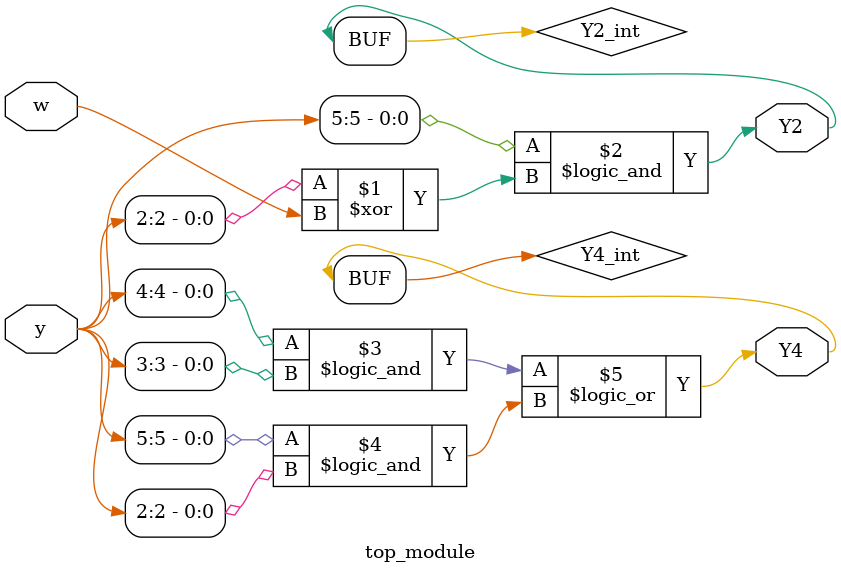
<source format=sv>
module top_module (
    input [6:1] y,
    input w,
    output Y2,
    output Y4
);

    wire Y2_int, Y4_int;

    // Logic equations for Y2
    assign Y2_int = y[5] && (y[2] ^ w);

    // Logic equations for Y4
    assign Y4_int = (y[4] && y[3]) || (y[5] && y[2]);

    // Output assignments
    assign Y2 = Y2_int;
    assign Y4 = Y4_int;

endmodule

</source>
